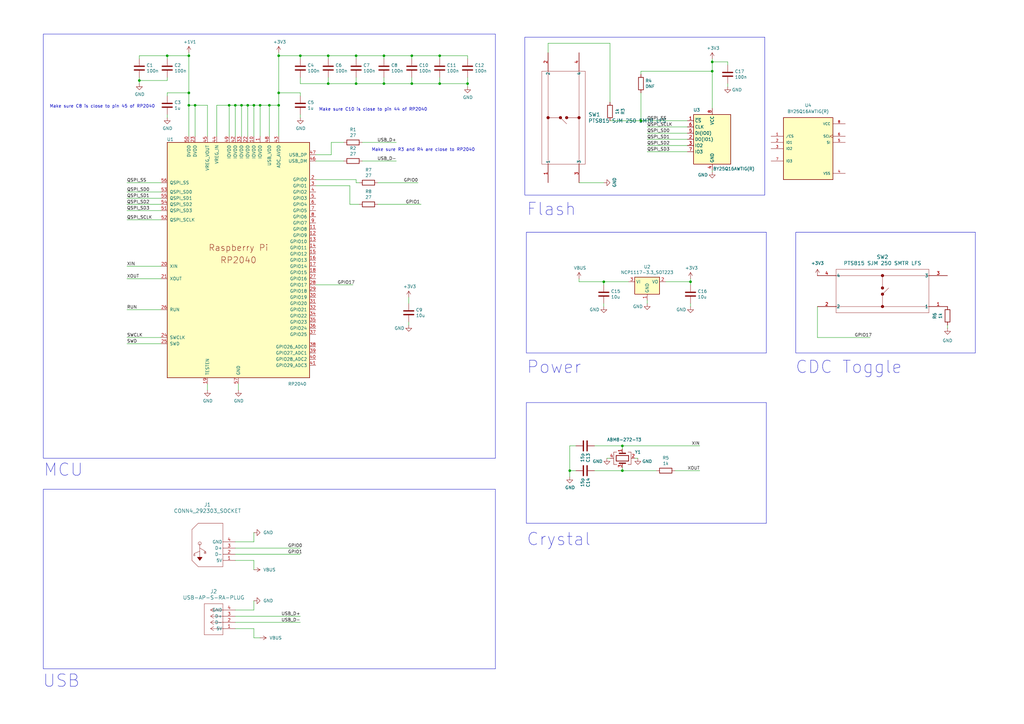
<source format=kicad_sch>
(kicad_sch (version 20250114) (generator "eeschema") (generator_version "9.0")
  (paper "A3")
  (lib_symbols
    (symbol "+3V3_1" (power) (pin_numbers (hide yes)) (pin_names (offset 0) (hide yes))
      (property "Value" "+3V3" (at 0 3.556 0))
      (symbol "+3V3_1_0_1"
        (polyline (pts (xy -0.762 1.27) (xy 0 2.54)))
        (polyline (pts (xy 0 2.54) (xy 0.762 1.27)))
        (polyline (pts (xy 0 0) (xy 0 2.54)))
      )
      (symbol "+3V3_1_1_1"
        (pin power_in line (at 0 0 90) (length 0) (name "~") (number "1"))
      )
    )
    (symbol "Device:C" (pin_numbers (hide yes)) (pin_names (offset 0.254))
      (property "Reference" "C" (at 0.635 2.54 0))
      (property "Value" "C" (at 0.635 -2.54 0))
      (symbol "C_0_1"
        (polyline (pts (xy -2.032 0.762) (xy 2.032 0.762)) (stroke (width 0.508)))
        (polyline (pts (xy -2.032 -0.762) (xy 2.032 -0.762)) (stroke (width 0.508)))
      )
      (symbol "C_1_1"
        (pin passive line (at 0 3.81 270) (length 2.794) (name "~") (number "1"))
        (pin passive line (at 0 -3.81 90) (length 2.794) (name "~") (number "2"))
      )
    )
    (symbol "Device:Crystal_GND24" (pin_names (offset 1.016) (hide yes))
      (property "Reference" "Y" (at 3.175 5.08 0))
      (property "Value" "Crystal_GND24" (at 3.175 3.175 0))
      (symbol "Crystal_GND24_0_1"
        (polyline (pts (xy -2.54 2.286) (xy -2.54 3.556) (xy 2.54 3.556) (xy 2.54 2.286)))
        (polyline (pts (xy -2.54 0) (xy -2.032 0)))
        (polyline (pts (xy -2.54 -2.286) (xy -2.54 -3.556) (xy 2.54 -3.556) (xy 2.54 -2.286)))
        (polyline (pts (xy -2.032 -1.27) (xy -2.032 1.27)) (stroke (width 0.508)))
        (rectangle (start -1.143 2.54) (end 1.143 -2.54) (stroke (width 0.3048)))
        (polyline (pts (xy 0 3.556) (xy 0 3.81)))
        (polyline (pts (xy 0 -3.81) (xy 0 -3.556)))
        (polyline (pts (xy 2.032 0) (xy 2.54 0)))
        (polyline (pts (xy 2.032 -1.27) (xy 2.032 1.27)) (stroke (width 0.508)))
      )
      (symbol "Crystal_GND24_1_1"
        (pin passive line (at -3.81 0 0) (length 1.27) (name "1") (number "1"))
        (pin passive line (at 0 5.08 270) (length 1.27) (name "2") (number "2"))
        (pin passive line (at 0 -5.08 90) (length 1.27) (name "4") (number "4"))
        (pin passive line (at 3.81 0 180) (length 1.27) (name "3") (number "3"))
      )
    )
    (symbol "Device:R" (pin_numbers (hide yes)) (pin_names (offset 0))
      (property "Reference" "R" (at 2.032 0 90))
      (property "Value" "R" (at 0 0 90))
      (symbol "R_0_1"
        (rectangle (start -1.016 -2.54) (end 1.016 2.54) (stroke (width 0.254)))
      )
      (symbol "R_1_1"
        (pin passive line (at 0 3.81 270) (length 1.27) (name "~") (number "1"))
        (pin passive line (at 0 -3.81 90) (length 1.27) (name "~") (number "2"))
      )
    )
    (symbol "GND_1" (power) (pin_numbers (hide yes)) (pin_names (offset 0) (hide yes))
      (property "Value" "GND" (at 0 -3.81 0))
      (symbol "GND_1_0_1"
        (polyline (pts (xy 0 0) (xy 0 -1.27) (xy 1.27 -1.27) (xy 0 -2.54) (xy -1.27 -1.27) (xy 0 -1.27)))
      )
      (symbol "GND_1_1_1"
        (pin power_in line (at 0 0 270) (length 0) (name "~") (number "1"))
      )
    )
    (symbol "GND_2" (power) (pin_numbers (hide yes)) (pin_names (offset 0) (hide yes))
      (property "Value" "GND" (at 0 -3.81 0))
      (symbol "GND_2_0_1"
        (polyline (pts (xy 0 0) (xy 0 -1.27) (xy 1.27 -1.27) (xy 0 -2.54) (xy -1.27 -1.27) (xy 0 -1.27)))
      )
      (symbol "GND_2_1_1"
        (pin power_in line (at 0 0 270) (length 0) (name "~") (number "1"))
      )
    )
    (symbol "GND_3" (power) (pin_numbers (hide yes)) (pin_names (offset 0) (hide yes))
      (property "Value" "GND" (at 0 -3.81 0))
      (symbol "GND_3_0_1"
        (polyline (pts (xy 0 0) (xy 0 -1.27) (xy 1.27 -1.27) (xy 0 -2.54) (xy -1.27 -1.27) (xy 0 -1.27)))
      )
      (symbol "GND_3_1_1"
        (pin power_in line (at 0 0 270) (length 0) (name "~") (number "1"))
      )
    )
    (symbol "MCU_RaspberryPi_RP2040:RP2040" (pin_names (offset 1.016))
      (property "Reference" "U" (at -29.21 49.53 0))
      (property "Value" "RP2040" (at 24.13 -49.53 0))
      (symbol "RP2040_0_0"
        (text "Raspberry Pi" (at 0 5.08 0) (effects (font (size 2.54 2.54))))
        (text "RP2040" (at 0 0 0) (effects (font (size 2.54 2.54))))
      )
      (symbol "RP2040_0_1"
        (rectangle (start 29.21 48.26) (end -29.21 -48.26) (stroke (width 0.254)) (fill (type background)))
      )
      (symbol "RP2040_1_1"
        (pin bidirectional line (at -31.75 31.75 0) (length 2.54) (name "QSPI_SS") (number "56"))
        (pin bidirectional line (at -31.75 27.94 0) (length 2.54) (name "QSPI_SD0") (number "53"))
        (pin bidirectional line (at -31.75 25.4 0) (length 2.54) (name "QSPI_SD1") (number "55"))
        (pin bidirectional line (at -31.75 22.86 0) (length 2.54) (name "QSPI_SD2") (number "54"))
        (pin bidirectional line (at -31.75 20.32 0) (length 2.54) (name "QSPI_SD3") (number "51"))
        (pin output line (at -31.75 16.51 0) (length 2.54) (name "QSPI_SCLK") (number "52"))
        (pin input line (at -31.75 -2.54 0) (length 2.54) (name "XIN") (number "20"))
        (pin passive line (at -31.75 -7.62 0) (length 2.54) (name "XOUT") (number "21"))
        (pin input line (at -31.75 -20.32 0) (length 2.54) (name "RUN") (number "26"))
        (pin output line (at -31.75 -31.75 0) (length 2.54) (name "SWCLK") (number "24"))
        (pin bidirectional line (at -31.75 -34.29 0) (length 2.54) (name "SWD") (number "25"))
        (pin power_in line (at -20.32 50.8 270) (length 2.54) (name "DVDD") (number "50"))
        (pin power_in line (at -17.78 50.8 270) (length 2.54) (name "DVDD") (number "23"))
        (pin power_out line (at -12.7 50.8 270) (length 2.54) (name "VREG_VOUT") (number "45"))
        (pin passive line (at -12.7 -50.8 90) (length 2.54) (name "TESTEN") (number "19"))
        (pin power_in line (at -8.89 50.8 270) (length 2.54) (name "VREG_IN") (number "44"))
        (pin power_in line (at -3.81 50.8 270) (length 2.54) (name "IOVDD") (number "49"))
        (pin power_in line (at -1.27 50.8 270) (length 2.54) (name "IOVDD") (number "42"))
        (pin power_in line (at 0 -50.8 90) (length 2.54) (name "GND") (number "57"))
        (pin power_in line (at 1.27 50.8 270) (length 2.54) (name "IOVDD") (number "33"))
        (pin power_in line (at 3.81 50.8 270) (length 2.54) (name "IOVDD") (number "22"))
        (pin power_in line (at 6.35 50.8 270) (length 2.54) (name "IOVDD") (number "10"))
        (pin power_in line (at 8.89 50.8 270) (length 2.54) (name "IOVDD") (number "1"))
        (pin power_in line (at 12.7 50.8 270) (length 2.54) (name "USB_VDD") (number "48"))
        (pin power_in line (at 16.51 50.8 270) (length 2.54) (name "ADC_AVDD") (number "43"))
        (pin bidirectional line (at 31.75 43.18 180) (length 2.54) (name "USB_DP") (number "47"))
        (pin bidirectional line (at 31.75 40.64 180) (length 2.54) (name "USB_DM") (number "46"))
        (pin bidirectional line (at 31.75 33.02 180) (length 2.54) (name "GPIO0") (number "2"))
        (pin bidirectional line (at 31.75 30.48 180) (length 2.54) (name "GPIO1") (number "3"))
        (pin bidirectional line (at 31.75 27.94 180) (length 2.54) (name "GPIO2") (number "4"))
        (pin bidirectional line (at 31.75 25.4 180) (length 2.54) (name "GPIO3") (number "5"))
        (pin bidirectional line (at 31.75 22.86 180) (length 2.54) (name "GPIO4") (number "6"))
        (pin bidirectional line (at 31.75 20.32 180) (length 2.54) (name "GPIO5") (number "7"))
        (pin bidirectional line (at 31.75 17.78 180) (length 2.54) (name "GPIO6") (number "8"))
        (pin bidirectional line (at 31.75 15.24 180) (length 2.54) (name "GPIO7") (number "9"))
        (pin bidirectional line (at 31.75 12.7 180) (length 2.54) (name "GPIO8") (number "11"))
        (pin bidirectional line (at 31.75 10.16 180) (length 2.54) (name "GPIO9") (number "12"))
        (pin bidirectional line (at 31.75 7.62 180) (length 2.54) (name "GPIO10") (number "13"))
        (pin bidirectional line (at 31.75 5.08 180) (length 2.54) (name "GPIO11") (number "14"))
        (pin bidirectional line (at 31.75 2.54 180) (length 2.54) (name "GPIO12") (number "15"))
        (pin bidirectional line (at 31.75 0 180) (length 2.54) (name "GPIO13") (number "16"))
        (pin bidirectional line (at 31.75 -2.54 180) (length 2.54) (name "GPIO14") (number "17"))
        (pin bidirectional line (at 31.75 -5.08 180) (length 2.54) (name "GPIO15") (number "18"))
        (pin bidirectional line (at 31.75 -7.62 180) (length 2.54) (name "GPIO16") (number "27"))
        (pin bidirectional line (at 31.75 -10.16 180) (length 2.54) (name "GPIO17") (number "28"))
        (pin bidirectional line (at 31.75 -12.7 180) (length 2.54) (name "GPIO18") (number "29"))
        (pin bidirectional line (at 31.75 -15.24 180) (length 2.54) (name "GPIO19") (number "30"))
        (pin bidirectional line (at 31.75 -17.78 180) (length 2.54) (name "GPIO20") (number "31"))
        (pin bidirectional line (at 31.75 -20.32 180) (length 2.54) (name "GPIO21") (number "32"))
        (pin bidirectional line (at 31.75 -22.86 180) (length 2.54) (name "GPIO22") (number "34"))
        (pin bidirectional line (at 31.75 -25.4 180) (length 2.54) (name "GPIO23") (number "35"))
        (pin bidirectional line (at 31.75 -27.94 180) (length 2.54) (name "GPIO24") (number "36"))
        (pin bidirectional line (at 31.75 -30.48 180) (length 2.54) (name "GPIO25") (number "37"))
        (pin bidirectional line (at 31.75 -35.56 180) (length 2.54) (name "GPIO26_ADC0") (number "38"))
        (pin bidirectional line (at 31.75 -38.1 180) (length 2.54) (name "GPIO27_ADC1") (number "39"))
        (pin bidirectional line (at 31.75 -40.64 180) (length 2.54) (name "GPIO28_ADC2") (number "40"))
        (pin bidirectional line (at 31.75 -43.18 180) (length 2.54) (name "GPIO29_ADC3") (number "41"))
      )
    )
    (symbol "Memory_Flash:W25Q128JVS"
      (property "Reference" "U" (at -8.89 8.89 0))
      (property "Value" "W25Q128JVS" (at 7.62 8.89 0))
      (symbol "W25Q128JVS_0_1"
        (rectangle (start -7.62 10.16) (end 7.62 -10.16) (stroke (width 0.254)) (fill (type background)))
      )
      (symbol "W25Q128JVS_1_1"
        (pin input line (at -10.16 7.62 0) (length 2.54) (name "~{CS}") (number "1"))
        (pin input line (at -10.16 5.08 0) (length 2.54) (name "CLK") (number "6"))
        (pin bidirectional line (at -10.16 2.54 0) (length 2.54) (name "DI(IO0)") (number "5"))
        (pin bidirectional line (at -10.16 0 0) (length 2.54) (name "DO(IO1)") (number "2"))
        (pin bidirectional line (at -10.16 -2.54 0) (length 2.54) (name "IO2") (number "3"))
        (pin bidirectional line (at -10.16 -5.08 0) (length 2.54) (name "IO3") (number "7"))
        (pin power_in line (at 0 12.7 270) (length 2.54) (name "VCC") (number "8"))
        (pin power_in line (at 0 -12.7 90) (length 2.54) (name "GND") (number "4"))
      )
    )
    (symbol "Regulator_Linear:NCP1117-3.3_SOT223"
      (property "Reference" "U" (at -3.81 3.175 0))
      (property "Value" "NCP1117-3.3_SOT223" (at 0 3.175 0))
      (symbol "NCP1117-3.3_SOT223_0_1"
        (rectangle (start -5.08 -5.08) (end 5.08 1.905) (stroke (width 0.254)) (fill (type background)))
      )
      (symbol "NCP1117-3.3_SOT223_1_1"
        (pin power_in line (at -7.62 0 0) (length 2.54) (name "VI") (number "3"))
        (pin power_in line (at 0 -7.62 90) (length 2.54) (name "GND") (number "1"))
        (pin power_out line (at 7.62 0 180) (length 2.54) (name "VO") (number "2"))
      )
    )
    (symbol "SymbolLibrary:BY25Q16AWTIG(R)" (pin_names (offset 1.016))
      (property "Reference" "U" (at -10.16 13.335 0))
      (property "Value" "BY25Q16AWTIG(R)" (at -10.16 -15.24 0))
      (symbol "BY25Q16AWTIG(R)_0_0"
        (rectangle (start -10.16 12.7) (end 10.16 -12.7) (stroke (width 0.254)) (fill (type background)))
        (pin power_in line (at 15.24 10.16 180) (length 5.08) (name "VCC") (number "8"))
        (pin input clock (at 15.24 5.08 180) (length 5.08) (name "SCL") (number "6"))
        (pin power_in line (at 15.24 -10.16 180) (length 5.08) (name "VSS") (number "4"))
      )
      (symbol "BY25Q16AWTIG(R)_1_0"
        (pin input line (at -15.24 5.08 0) (length 5.08) (name "/CS") (number "1"))
        (pin input line (at -15.24 2.54 0) (length 5.08) (name "IO1") (number "2"))
        (pin input line (at -15.24 0 0) (length 5.08) (name "IO2") (number "3"))
        (pin input line (at -15.24 -5.08 0) (length 5.08) (name "IO3") (number "7"))
        (pin bidirectional line (at 15.24 2.54 180) (length 5.08) (name "SI") (number "5"))
      )
    )
    (symbol "SymbolLibrary:CONN RCPT TYPEA 4POS R/A" (pin_names (offset 0.254))
      (property "Reference" "J" (at 8.89 6.35 0))
      (property "Value" "CONN4_292303_SOCKET" (at 9.652 3.81 0))
      (property "Footprint" "Library:CONN4_292303_TEC" (at 9.398 4.064 0))
      (symbol "CONN RCPT TYPEA 4POS R/A_1_1"
        (polyline (pts (xy 5.08 2.54) (xy 5.08 -15.24)) (stroke (width 0.127)))
        (polyline (pts (xy 5.08 -15.24) (xy 15.24 -15.24)) (stroke (width 0.127)))
        (polyline (pts (xy 12.065 -2.8575) (xy 12.065 -3.4925)) (stroke (width 0.127)))
        (polyline (pts (xy 12.065 -3.4925) (xy 12.7 -3.4925)) (stroke (width 0.127)))
        (polyline (pts (xy 12.3825 -3.175) (xy 12.3825 -3.81)) (stroke (width 0.127)))
        (polyline (pts (xy 12.3825 -3.81) (xy 14.605 -5.08)) (stroke (width 0.127)))
        (polyline (pts (xy 12.7 -2.8575) (xy 12.065 -2.8575)) (stroke (width 0.127)))
        (polyline (pts (xy 12.7 -3.4925) (xy 12.7 -2.8575)) (stroke (width 0.127)))
        (polyline (pts (xy 13.6525 -1.27) (xy 15.5575 -1.27)) (stroke (width 0.127)))
        (polyline (pts (xy 14.605 0) (xy 13.6525 -1.27)) (stroke (width 0.127)))
        (polyline (pts (xy 14.605 0) (xy 15.5575 -1.27)) (stroke (width 0.127)))
        (polyline (pts (xy 14.605 0) (xy 13.6525 -1.27) (xy 15.5575 -1.27)) (fill (type outline)))
        (polyline (pts (xy 14.605 -1.27) (xy 14.605 -6.985)) (stroke (width 0.127)))
        (circle (center 14.605 -6.985) (radius 0.635) (stroke (width 0.127)))
        (polyline (pts (xy 15.24 2.54) (xy 5.08 2.54)) (stroke (width 0.127)))
        (polyline (pts (xy 15.24 2.54) (xy 17.78 0)) (stroke (width 0.127)))
        (circle (center 16.8275 -2.2225) (radius 0.3048) (stroke (width 0.127)))
        (polyline (pts (xy 16.8275 -2.54) (xy 16.8275 -2.8575)) (stroke (width 0.127)))
        (polyline (pts (xy 16.8275 -2.8575) (xy 14.605 -3.81)) (stroke (width 0.127)))
        (polyline (pts (xy 17.78 -12.7) (xy 15.24 -15.24)) (stroke (width 0.127)))
        (polyline (pts (xy 17.78 -12.7) (xy 17.78 0)) (stroke (width 0.127)))
        (pin unspecified line (at 0 0 0) (length 5.08) (name "5V") (number "1"))
        (pin unspecified line (at 0 -2.54 0) (length 5.08) (name "D-") (number "2"))
        (pin unspecified line (at 0 -5.08 0) (length 5.08) (name "D+") (number "3"))
        (pin unspecified line (at 0 -7.62 0) (length 5.08) (name "GND") (number "4"))
      )
      (symbol "CONN RCPT TYPEA 4POS R/A_1_2"
        (polyline (pts (xy 5.08 2.54) (xy 5.08 -15.24)) (stroke (width 0.127)))
        (polyline (pts (xy 5.08 -15.24) (xy 12.7 -15.24)) (stroke (width 0.127)))
        (polyline (pts (xy 7.62 0) (xy 5.08 0)) (stroke (width 0.127)))
        (polyline (pts (xy 7.62 0) (xy 8.89 0.8467)) (stroke (width 0.127)))
        (polyline (pts (xy 7.62 0) (xy 8.89 -0.8467)) (stroke (width 0.127)))
        (polyline (pts (xy 7.62 -2.54) (xy 5.08 -2.54)) (stroke (width 0.127)))
        (polyline (pts (xy 7.62 -2.54) (xy 8.89 -1.6933)) (stroke (width 0.127)))
        (polyline (pts (xy 7.62 -2.54) (xy 8.89 -3.3867)) (stroke (width 0.127)))
        (polyline (pts (xy 7.62 -5.08) (xy 5.08 -5.08)) (stroke (width 0.127)))
        (polyline (pts (xy 7.62 -5.08) (xy 8.89 -4.2333)) (stroke (width 0.127)))
        (polyline (pts (xy 7.62 -5.08) (xy 8.89 -5.9267)) (stroke (width 0.127)))
        (polyline (pts (xy 7.62 -7.62) (xy 5.08 -7.62)) (stroke (width 0.127)))
        (polyline (pts (xy 7.62 -7.62) (xy 8.89 -6.7733)) (stroke (width 0.127)))
        (polyline (pts (xy 7.62 -7.62) (xy 8.89 -8.4667)) (stroke (width 0.127)))
        (polyline (pts (xy 12.7 2.54) (xy 5.08 2.54)) (stroke (width 0.127)))
        (polyline (pts (xy 12.7 -15.24) (xy 12.7 2.54)) (stroke (width 0.127)))
        (pin unspecified line (at 0 0 0) (length 5.08) (name "1") (number "1"))
        (pin unspecified line (at 0 -2.54 0) (length 5.08) (name "2") (number "2"))
        (pin unspecified line (at 0 -5.08 0) (length 5.08) (name "3") (number "3"))
        (pin unspecified line (at 0 -7.62 0) (length 5.08) (name "4") (number "4"))
        (pin unspecified line (at 0 -10.16 0) (length 5.08) (name "5") (number "5"))
        (pin unspecified line (at 0 -12.7 0) (length 5.08) (name "6") (number "6"))
      )
    )
    (symbol "SymbolLibrary:PTS815_SJM_250_SMTR_LFS" (pin_names (offset 0.254))
      (property "Reference" "SW" (at 40.64 7.62 0))
      (property "Value" "PTS815 SJM 250 SMTR LFS" (at 40.64 5.08 0))
      (symbol "PTS815_SJM_250_SMTR_LFS_0_1"
        (polyline (pts (xy 21.59 2.54) (xy 21.59 -15.24)) (stroke (width 0.127)))
        (polyline (pts (xy 21.59 0) (xy 59.69 0)) (stroke (width 0.127)))
        (polyline (pts (xy 21.59 -15.24) (xy 59.69 -15.24)) (stroke (width 0.127)))
        (polyline (pts (xy 38.1 -7.62) (xy 40.64 -5.08)) (stroke (width 0.127)))
        (circle (center 40.64 0) (radius 0.127) (stroke (width 0.508)))
        (polyline (pts (xy 40.64 -5.08) (xy 40.64 0)) (stroke (width 0.127)))
        (circle (center 40.64 -5.08) (radius 0.127) (stroke (width 0.508)))
        (polyline (pts (xy 40.64 -7.62) (xy 40.64 -12.7)) (stroke (width 0.127)))
        (circle (center 40.64 -7.62) (radius 0.127) (stroke (width 0.508)))
        (circle (center 40.64 -12.7) (radius 0.127) (stroke (width 0.508)))
        (polyline (pts (xy 59.69 2.54) (xy 21.59 2.54)) (stroke (width 0.127)))
        (polyline (pts (xy 59.69 -12.7) (xy 21.59 -12.7)) (stroke (width 0.127)))
        (polyline (pts (xy 59.69 -15.24) (xy 59.69 2.54)) (stroke (width 0.127)))
        (pin unspecified line (at 13.97 0 0) (length 7.62) (name "1") (number "1"))
        (pin unspecified line (at 13.97 -12.7 0) (length 7.62) (name "3") (number "3"))
        (pin unspecified line (at 67.31 0 180) (length 7.62) (name "2") (number "2"))
        (pin unspecified line (at 67.31 -12.7 180) (length 7.62) (name "4") (number "4"))
      )
    )
    (symbol "SymbolLibrary:USB-AP-S-RA-SMT" (pin_names (offset 0.254))
      (property "Reference" "J" (at 8.89 6.35 0))
      (property "Value" "USB-AP-S-RA-PLUG" (at 8.382 4.064 0))
      (property "Footprint" "Library:CONN_USB-AP-S-RA-SMT_ADM" (at 0 0 0))
      (symbol "USB-AP-S-RA-SMT_1_1"
        (polyline (pts (xy 5.08 2.54) (xy 5.08 -10.16)) (stroke (width 0.127)))
        (polyline (pts (xy 5.08 -10.16) (xy 12.7 -10.16)) (stroke (width 0.127)))
        (polyline (pts (xy 10.16 0) (xy 5.08 0)) (stroke (width 0.127)))
        (polyline (pts (xy 10.16 0) (xy 8.89 0.8467)) (stroke (width 0.127)))
        (polyline (pts (xy 10.16 0) (xy 8.89 -0.8467)) (stroke (width 0.127)))
        (polyline (pts (xy 10.16 -2.54) (xy 5.08 -2.54)) (stroke (width 0.127)))
        (polyline (pts (xy 10.16 -2.54) (xy 8.89 -1.6933)) (stroke (width 0.127)))
        (polyline (pts (xy 10.16 -2.54) (xy 8.89 -3.3867)) (stroke (width 0.127)))
        (polyline (pts (xy 10.16 -5.08) (xy 5.08 -5.08)) (stroke (width 0.127)))
        (polyline (pts (xy 10.16 -5.08) (xy 8.89 -4.2333)) (stroke (width 0.127)))
        (polyline (pts (xy 10.16 -5.08) (xy 8.89 -5.9267)) (stroke (width 0.127)))
        (polyline (pts (xy 10.16 -7.62) (xy 5.08 -7.62)) (stroke (width 0.127)))
        (polyline (pts (xy 10.16 -7.62) (xy 8.89 -6.7733)) (stroke (width 0.127)))
        (polyline (pts (xy 10.16 -7.62) (xy 8.89 -8.4667)) (stroke (width 0.127)))
        (polyline (pts (xy 12.7 2.54) (xy 5.08 2.54)) (stroke (width 0.127)))
        (polyline (pts (xy 12.7 -10.16) (xy 12.7 2.54)) (stroke (width 0.127)))
        (pin unspecified line (at 0 0 0) (length 5.08) (name "5V") (number "1"))
        (pin unspecified line (at 0 -2.54 0) (length 5.08) (name "D-") (number "2"))
        (pin unspecified line (at 0 -5.08 0) (length 5.08) (name "D+") (number "3"))
        (pin unspecified line (at 0 -7.62 0) (length 5.08) (name "GND") (number "4"))
      )
      (symbol "USB-AP-S-RA-SMT_1_2"
        (polyline (pts (xy 5.08 2.54) (xy 5.08 -10.16)) (stroke (width 0.127)))
        (polyline (pts (xy 5.08 -10.16) (xy 12.7 -10.16)) (stroke (width 0.127)))
        (polyline (pts (xy 7.62 0) (xy 5.08 0)) (stroke (width 0.127)))
        (polyline (pts (xy 7.62 0) (xy 8.89 0.8467)) (stroke (width 0.127)))
        (polyline (pts (xy 7.62 0) (xy 8.89 -0.8467)) (stroke (width 0.127)))
        (polyline (pts (xy 7.62 -2.54) (xy 5.08 -2.54)) (stroke (width 0.127)))
        (polyline (pts (xy 7.62 -2.54) (xy 8.89 -1.6933)) (stroke (width 0.127)))
        (polyline (pts (xy 7.62 -2.54) (xy 8.89 -3.3867)) (stroke (width 0.127)))
        (polyline (pts (xy 7.62 -5.08) (xy 5.08 -5.08)) (stroke (width 0.127)))
        (polyline (pts (xy 7.62 -5.08) (xy 8.89 -4.2333)) (stroke (width 0.127)))
        (polyline (pts (xy 7.62 -5.08) (xy 8.89 -5.9267)) (stroke (width 0.127)))
        (polyline (pts (xy 7.62 -7.62) (xy 5.08 -7.62)) (stroke (width 0.127)))
        (polyline (pts (xy 7.62 -7.62) (xy 8.89 -6.7733)) (stroke (width 0.127)))
        (polyline (pts (xy 7.62 -7.62) (xy 8.89 -8.4667)) (stroke (width 0.127)))
        (polyline (pts (xy 12.7 2.54) (xy 5.08 2.54)) (stroke (width 0.127)))
        (polyline (pts (xy 12.7 -10.16) (xy 12.7 2.54)) (stroke (width 0.127)))
        (pin unspecified line (at 0 0 0) (length 5.08) (name "1") (number "1"))
        (pin unspecified line (at 0 -2.54 0) (length 5.08) (name "2") (number "2"))
        (pin unspecified line (at 0 -5.08 0) (length 5.08) (name "3") (number "3"))
        (pin unspecified line (at 0 -7.62 0) (length 5.08) (name "4") (number "4"))
      )
    )
    (symbol "VBUS_1" (power) (pin_numbers (hide yes)) (pin_names (offset 0) (hide yes))
      (property "Value" "VBUS" (at 0 3.556 0))
      (symbol "VBUS_1_0_1"
        (polyline (pts (xy -0.762 1.27) (xy 0 2.54)))
        (polyline (pts (xy 0 2.54) (xy 0.762 1.27)))
        (polyline (pts (xy 0 0) (xy 0 2.54)))
      )
      (symbol "VBUS_1_1_1"
        (pin power_in line (at 0 0 90) (length 0) (name "~") (number "1"))
      )
    )
    (symbol "VBUS_2" (power) (pin_numbers (hide yes)) (pin_names (offset 0) (hide yes))
      (property "Value" "VBUS" (at 0 3.556 0))
      (symbol "VBUS_2_0_1"
        (polyline (pts (xy -0.762 1.27) (xy 0 2.54)))
        (polyline (pts (xy 0 2.54) (xy 0.762 1.27)))
        (polyline (pts (xy 0 0) (xy 0 2.54)))
      )
      (symbol "VBUS_2_1_1"
        (pin power_in line (at 0 0 90) (length 0) (name "~") (number "1"))
      )
    )
    (symbol "power:+1V1" (power) (pin_names (offset 0))
      (property "Value" "+1V1" (at 0 3.556 0))
      (symbol "+1V1_0_1"
        (polyline (pts (xy -0.762 1.27) (xy 0 2.54)))
        (polyline (pts (xy 0 2.54) (xy 0.762 1.27)))
        (polyline (pts (xy 0 0) (xy 0 2.54)))
      )
      (symbol "+1V1_1_1"
        (pin power_in line (at 0 0 90) (length 0) (hide yes) (name "+1V1") (number "1"))
      )
    )
    (symbol "power:+3V3" (power) (pin_names (offset 0))
      (property "Value" "+3V3" (at 0 3.556 0))
      (symbol "+3V3_0_1"
        (polyline (pts (xy -0.762 1.27) (xy 0 2.54)))
        (polyline (pts (xy 0 2.54) (xy 0.762 1.27)))
        (polyline (pts (xy 0 0) (xy 0 2.54)))
      )
      (symbol "+3V3_1_1"
        (pin power_in line (at 0 0 90) (length 0) (hide yes) (name "+3V3") (number "1"))
      )
    )
    (symbol "power:GND" (power) (pin_names (offset 0))
      (property "Value" "GND" (at 0 -3.81 0))
      (symbol "GND_0_1"
        (polyline (pts (xy 0 0) (xy 0 -1.27) (xy 1.27 -1.27) (xy 0 -2.54) (xy -1.27 -1.27) (xy 0 -1.27)))
      )
      (symbol "GND_1_1"
        (pin power_in line (at 0 0 270) (length 0) (hide yes) (name "GND") (number "1"))
      )
    )
    (symbol "power:VBUS" (power) (pin_names (offset 0))
      (property "Value" "VBUS" (at 0 3.81 0))
      (symbol "VBUS_0_1"
        (polyline (pts (xy -0.762 1.27) (xy 0 2.54)))
        (polyline (pts (xy 0 2.54) (xy 0.762 1.27)))
        (polyline (pts (xy 0 0) (xy 0 2.54)))
      )
      (symbol "VBUS_1_1"
        (pin power_in line (at 0 0 90) (length 0) (hide yes) (name "VBUS") (number "1"))
      )
    )
  )
  (rectangle (start 215.265 15.24) (end 313.69 80.01))
  (rectangle (start 215.9 95.25) (end 314.325 144.78))
  (rectangle (start 17.78 13.97) (end 203.2 187.96))
  (rectangle (start 326.39 95.25) (end 400.05 144.78))
  (rectangle (start 215.9 165.1) (end 314.325 214.63))
  (rectangle (start 17.78 200.66) (end 203.2 274.32))
  (text "Power" (at 215.9 153.67 0) (effects (font (size 5.08 5.08)) (justify left bottom)))
  (text "USB" (at 25.146 279.4 0) (effects (font (size 5.08 5.08))))
  (text "Make sure C10 is close to pin 44 of RP2040" (at 130.81 45.72 0) (effects (font (size 1.27 1.27)) (justify left bottom)))
  (text "Make sure R3 and R4 are close to RP2040" (at 152.4 62.23 0) (effects (font (size 1.27 1.27)) (justify left bottom)))
  (text "CDC Toggle" (at 326.136 153.67 0) (effects (font (size 5.08 5.08)) (justify left bottom)))
  (text "Crystal" (at 215.9 224.282 0) (effects (font (size 5.08 5.08)) (justify left bottom)))
  (text "Flash" (at 215.9 88.9 0) (effects (font (size 5.08 5.08)) (justify left bottom)))
  (text "MCU\n" (at 17.78 195.834 0) (effects (font (size 5.08 5.08)) (justify left bottom)))
  (text "Make sure C8 is close to pin 45 of RP2040" (at 20.32 44.45 0) (effects (font (size 1.27 1.27)) (justify left bottom)))
  (junction (at 255.27 182.88))
  (junction (at 134.62 22.86))
  (junction (at 101.6 43.18))
  (junction (at 106.68 43.18))
  (junction (at 283.21 115.57))
  (junction (at 77.47 43.18))
  (junction (at 134.62 34.29))
  (junction (at 146.05 34.29))
  (junction (at 123.19 22.86))
  (junction (at 146.05 22.86))
  (junction (at 93.98 43.18))
  (junction (at 114.3 22.86))
  (junction (at 114.3 38.1))
  (junction (at 180.34 34.29))
  (junction (at 157.48 34.29))
  (junction (at 99.06 43.18))
  (junction (at 77.47 38.1))
  (junction (at 68.58 22.86))
  (junction (at 292.1 25.4))
  (junction (at 191.77 34.29))
  (junction (at 168.91 34.29))
  (junction (at 77.47 22.86))
  (junction (at 110.49 43.18))
  (junction (at 262.89 49.53))
  (junction (at 104.14 43.18))
  (junction (at 233.68 193.04))
  (junction (at 292.1 29.21))
  (junction (at 114.3 43.18))
  (junction (at 247.65 115.57))
  (junction (at 168.91 22.86))
  (junction (at 157.48 22.86))
  (junction (at 255.27 193.04))
  (junction (at 80.01 43.18))
  (junction (at 57.15 33.02))
  (junction (at 96.52 43.18))
  (junction (at 180.34 22.86))
  (wire (pts (xy 168.91 34.29) (xy 157.48 34.29)))
  (wire (pts (xy 99.06 55.88) (xy 99.06 43.18)))
  (wire (pts (xy 281.94 59.69) (xy 265.43 59.69)))
  (wire (pts (xy 106.68 43.18) (xy 106.68 55.88)))
  (wire (pts (xy 191.77 24.13) (xy 191.77 22.86)))
  (wire (pts (xy 77.47 21.59) (xy 77.47 22.86)))
  (wire (pts (xy 180.34 22.86) (xy 191.77 22.86)))
  (wire (pts (xy 77.47 43.18) (xy 77.47 55.88)))
  (wire (pts (xy 57.15 24.13) (xy 57.15 22.86)))
  (wire (pts (xy 135.89 58.42) (xy 135.89 63.5)))
  (wire (pts (xy 247.65 124.46) (xy 247.65 125.73)))
  (wire (pts (xy 134.62 22.86) (xy 146.05 22.86)))
  (wire (pts (xy 265.43 52.07) (xy 281.94 52.07)))
  (wire (pts (xy 66.04 127) (xy 52.07 127)))
  (wire (pts (xy 298.45 26.67) (xy 298.45 25.4)))
  (wire (pts (xy 106.68 43.18) (xy 110.49 43.18)))
  (wire (pts (xy 114.3 43.18) (xy 114.3 55.88)))
  (wire (pts (xy 281.94 57.15) (xy 265.43 57.15)))
  (wire (pts (xy 260.35 187.96) (xy 261.62 187.96)))
  (wire (pts (xy 265.43 123.19) (xy 265.43 124.46)))
  (wire (pts (xy 96.52 55.88) (xy 96.52 43.18)))
  (wire (pts (xy 104.14 43.18) (xy 106.68 43.18)))
  (wire (pts (xy 101.6 43.18) (xy 104.14 43.18)))
  (wire (pts (xy 168.91 22.86) (xy 180.34 22.86)))
  (wire (pts (xy 68.58 33.02) (xy 68.58 31.75)))
  (wire (pts (xy 88.9 55.88) (xy 88.9 43.18)))
  (wire (pts (xy 134.62 34.29) (xy 123.19 34.29)))
  (wire (pts (xy 237.49 115.57) (xy 247.65 115.57)))
  (wire (pts (xy 88.9 43.18) (xy 93.98 43.18)))
  (wire (pts (xy 243.84 182.88) (xy 255.27 182.88)))
  (wire (pts (xy 104.14 261.62) (xy 104.14 257.81)))
  (wire (pts (xy 66.04 140.97) (xy 52.07 140.97)))
  (wire (pts (xy 66.04 114.3) (xy 52.07 114.3)))
  (wire (pts (xy 123.19 22.86) (xy 134.62 22.86)))
  (wire (pts (xy 114.3 21.59) (xy 114.3 22.86)))
  (wire (pts (xy 255.27 182.88) (xy 287.02 182.88)))
  (wire (pts (xy 104.14 250.19) (xy 104.14 246.38)))
  (wire (pts (xy 146.05 73.66) (xy 129.54 73.66)))
  (wire (pts (xy 262.89 49.53) (xy 281.94 49.53)))
  (wire (pts (xy 114.3 38.1) (xy 114.3 43.18)))
  (wire (pts (xy 66.04 138.43) (xy 52.07 138.43)))
  (wire (pts (xy 101.6 55.88) (xy 101.6 43.18)))
  (wire (pts (xy 168.91 24.13) (xy 168.91 22.86)))
  (wire (pts (xy 80.01 43.18) (xy 77.47 43.18)))
  (wire (pts (xy 52.07 86.36) (xy 66.04 86.36)))
  (wire (pts (xy 237.49 74.93) (xy 247.65 74.93)))
  (wire (pts (xy 233.68 193.04) (xy 233.68 195.58)))
  (wire (pts (xy 114.3 22.86) (xy 123.19 22.86)))
  (wire (pts (xy 180.34 31.75) (xy 180.34 34.29)))
  (wire (pts (xy 77.47 22.86) (xy 77.47 38.1)))
  (wire (pts (xy 52.07 109.22) (xy 66.04 109.22)))
  (wire (pts (xy 104.14 261.62) (xy 106.68 261.62)))
  (wire (pts (xy 114.3 22.86) (xy 114.3 38.1)))
  (wire (pts (xy 157.48 34.29) (xy 146.05 34.29)))
  (wire (pts (xy 236.22 182.88) (xy 233.68 182.88)))
  (wire (pts (xy 255.27 191.77) (xy 255.27 193.04)))
  (wire (pts (xy 57.15 33.02) (xy 68.58 33.02)))
  (wire (pts (xy 134.62 24.13) (xy 134.62 22.86)))
  (wire (pts (xy 292.1 24.13) (xy 292.1 25.4)))
  (wire (pts (xy 146.05 31.75) (xy 146.05 34.29)))
  (wire (pts (xy 68.58 39.37) (xy 68.58 38.1)))
  (wire (pts (xy 191.77 31.75) (xy 191.77 34.29)))
  (wire (pts (xy 68.58 24.13) (xy 68.58 22.86)))
  (wire (pts (xy 85.09 43.18) (xy 80.01 43.18)))
  (wire (pts (xy 292.1 25.4) (xy 292.1 29.21)))
  (wire (pts (xy 104.14 257.81) (xy 96.52 257.81)))
  (wire (pts (xy 129.54 116.84) (xy 144.78 116.84)))
  (wire (pts (xy 135.89 58.42) (xy 140.97 58.42)))
  (wire (pts (xy 110.49 43.18) (xy 114.3 43.18)))
  (wire (pts (xy 281.94 54.61) (xy 265.43 54.61)))
  (wire (pts (xy 104.14 55.88) (xy 104.14 43.18)))
  (wire (pts (xy 80.01 55.88) (xy 80.01 43.18)))
  (wire (pts (xy 224.79 17.78) (xy 250.19 17.78)))
  (wire (pts (xy 96.52 252.73) (xy 123.19 252.73)))
  (wire (pts (xy 52.07 78.74) (xy 66.04 78.74)))
  (wire (pts (xy 93.98 43.18) (xy 96.52 43.18)))
  (wire (pts (xy 335.28 125.73) (xy 335.28 138.43)))
  (wire (pts (xy 129.54 63.5) (xy 135.89 63.5)))
  (wire (pts (xy 143.51 76.2) (xy 143.51 83.82)))
  (wire (pts (xy 180.34 34.29) (xy 191.77 34.29)))
  (wire (pts (xy 237.49 114.3) (xy 237.49 115.57)))
  (wire (pts (xy 168.91 31.75) (xy 168.91 34.29)))
  (wire (pts (xy 262.89 29.21) (xy 292.1 29.21)))
  (wire (pts (xy 167.64 121.92) (xy 167.64 124.46)))
  (wire (pts (xy 236.22 193.04) (xy 233.68 193.04)))
  (wire (pts (xy 68.58 46.99) (xy 68.58 48.26)))
  (wire (pts (xy 77.47 38.1) (xy 77.47 43.18)))
  (wire (pts (xy 123.19 24.13) (xy 123.19 22.86)))
  (wire (pts (xy 262.89 30.48) (xy 262.89 29.21)))
  (wire (pts (xy 335.28 138.43) (xy 356.87 138.43)))
  (wire (pts (xy 143.51 76.2) (xy 129.54 76.2)))
  (wire (pts (xy 298.45 25.4) (xy 292.1 25.4)))
  (wire (pts (xy 147.32 74.93) (xy 146.05 74.93)))
  (wire (pts (xy 85.09 157.48) (xy 85.09 160.02)))
  (wire (pts (xy 257.81 115.57) (xy 247.65 115.57)))
  (wire (pts (xy 68.58 22.86) (xy 77.47 22.86)))
  (wire (pts (xy 104.14 222.25) (xy 96.52 222.25)))
  (wire (pts (xy 233.68 182.88) (xy 233.68 193.04)))
  (wire (pts (xy 99.06 43.18) (xy 101.6 43.18)))
  (wire (pts (xy 146.05 34.29) (xy 134.62 34.29)))
  (wire (pts (xy 146.05 22.86) (xy 157.48 22.86)))
  (wire (pts (xy 134.62 31.75) (xy 134.62 34.29)))
  (wire (pts (xy 262.89 38.1) (xy 262.89 49.53)))
  (wire (pts (xy 388.62 133.35) (xy 388.62 134.62)))
  (wire (pts (xy 104.14 218.44) (xy 104.14 222.25)))
  (wire (pts (xy 180.34 34.29) (xy 168.91 34.29)))
  (wire (pts (xy 154.94 74.93) (xy 171.45 74.93)))
  (wire (pts (xy 250.19 17.78) (xy 250.19 41.91)))
  (wire (pts (xy 283.21 115.57) (xy 283.21 114.3)))
  (wire (pts (xy 85.09 55.88) (xy 85.09 43.18)))
  (wire (pts (xy 255.27 184.15) (xy 255.27 182.88)))
  (wire (pts (xy 52.07 81.28) (xy 66.04 81.28)))
  (wire (pts (xy 146.05 24.13) (xy 146.05 22.86)))
  (wire (pts (xy 123.19 46.99) (xy 123.19 48.26)))
  (wire (pts (xy 273.05 115.57) (xy 283.21 115.57)))
  (wire (pts (xy 57.15 31.75) (xy 57.15 33.02)))
  (wire (pts (xy 129.54 66.04) (xy 140.97 66.04)))
  (wire (pts (xy 148.59 58.42) (xy 162.56 58.42)))
  (wire (pts (xy 281.94 62.23) (xy 265.43 62.23)))
  (wire (pts (xy 292.1 70.485) (xy 292.1 69.85)))
  (wire (pts (xy 157.48 22.86) (xy 168.91 22.86)))
  (wire (pts (xy 66.04 90.17) (xy 52.07 90.17)))
  (wire (pts (xy 143.51 83.82) (xy 147.32 83.82)))
  (wire (pts (xy 248.92 187.96) (xy 250.19 187.96)))
  (wire (pts (xy 96.52 255.27) (xy 123.19 255.27)))
  (wire (pts (xy 146.05 74.93) (xy 146.05 73.66)))
  (wire (pts (xy 148.59 66.04) (xy 162.56 66.04)))
  (wire (pts (xy 167.64 132.08) (xy 167.64 133.35)))
  (wire (pts (xy 52.07 83.82) (xy 66.04 83.82)))
  (wire (pts (xy 298.45 34.29) (xy 298.45 35.56)))
  (wire (pts (xy 97.79 157.48) (xy 97.79 160.02)))
  (wire (pts (xy 57.15 22.86) (xy 68.58 22.86)))
  (wire (pts (xy 123.19 31.75) (xy 123.19 34.29)))
  (wire (pts (xy 57.15 33.02) (xy 57.15 34.29)))
  (wire (pts (xy 154.94 83.82) (xy 172.72 83.82)))
  (wire (pts (xy 247.65 116.84) (xy 247.65 115.57)))
  (wire (pts (xy 104.14 229.87) (xy 104.14 233.68)))
  (wire (pts (xy 114.3 38.1) (xy 123.19 38.1)))
  (wire (pts (xy 157.48 24.13) (xy 157.48 22.86)))
  (wire (pts (xy 96.52 224.79) (xy 123.19 224.79)))
  (wire (pts (xy 250.19 49.53) (xy 262.89 49.53)))
  (wire (pts (xy 96.52 227.33) (xy 123.19 227.33)))
  (wire (pts (xy 292.1 29.21) (xy 292.1 44.45)))
  (wire (pts (xy 123.19 39.37) (xy 123.19 38.1)))
  (wire (pts (xy 191.77 34.29) (xy 191.77 35.56)))
  (wire (pts (xy 255.27 193.04) (xy 269.24 193.04)))
  (wire (pts (xy 110.49 55.88) (xy 110.49 43.18)))
  (wire (pts (xy 93.98 55.88) (xy 93.98 43.18)))
  (wire (pts (xy 66.04 74.93) (xy 52.07 74.93)))
  (wire (pts (xy 104.14 250.19) (xy 96.52 250.19)))
  (wire (pts (xy 96.52 43.18) (xy 99.06 43.18)))
  (wire (pts (xy 104.14 229.87) (xy 96.52 229.87)))
  (wire (pts (xy 243.84 193.04) (xy 255.27 193.04)))
  (wire (pts (xy 157.48 31.75) (xy 157.48 34.29)))
  (wire (pts (xy 180.34 24.13) (xy 180.34 22.86)))
  (wire (pts (xy 276.86 193.04) (xy 287.02 193.04)))
  (wire (pts (xy 224.79 17.78) (xy 224.79 21.59)))
  (wire (pts (xy 283.21 116.84) (xy 283.21 115.57)))
  (wire (pts (xy 68.58 38.1) (xy 77.47 38.1)))
  (wire (pts (xy 283.21 124.46) (xy 283.21 125.73)))
  (label "XOUT" (at 287.02 193.04 180))
  (label "QSPI_SD2" (at 265.43 59.69 0))
  (label "GPIO0" (at 118.11 224.79 0))
  (label "XOUT" (at 52.07 114.3 0))
  (label "RUN" (at 52.07 127 0))
  (label "SWD" (at 52.07 140.97 0))
  (label "GPIO17" (at 138.43 116.84 0))
  (label "USB_D+" (at 123.19 252.73 180))
  (label "QSPI_SD0" (at 52.07 78.74 0))
  (label "USB_D-" (at 162.56 66.04 180))
  (label "QSPI_SD3" (at 52.07 86.36 0))
  (label "QSPI_SD3" (at 265.43 62.23 0))
  (label "QSPI_SD0" (at 265.43 54.61 0))
  (label "XIN" (at 52.07 109.22 0))
  (label "QSPI_SD1" (at 52.07 81.28 0))
  (label "GPIO1" (at 118.11 227.33 0))
  (label "QSPI_SCLK" (at 265.43 52.07 0))
  (label "QSPI_SS" (at 265.43 49.53 0))
  (label "GPIO17" (at 350.52 138.43 0))
  (label "XIN" (at 287.02 182.88 180))
  (label "QSPI_SCLK" (at 52.07 90.17 0))
  (label "SWCLK" (at 52.07 138.43 0))
  (label "USB_D+" (at 162.56 58.42 180))
  (label "QSPI_SD2" (at 52.07 83.82 0))
  (label "GPIO0" (at 171.45 74.93 180))
  (label "QSPI_SS" (at 52.07 74.93 0))
  (label "GPIO1" (at 166.37 83.82 0))
  (label "USB_D-" (at 123.19 255.27 180))
  (label "QSPI_SD1" (at 265.43 57.15 0))
  (symbol (lib_id "MCU_RaspberryPi_RP2040:RP2040") (at 97.79 106.68 0) (unit 1)
    (property "Reference" "U1" (at 69.85 57.15 0))
    (property "Value" "RP2040" (at 121.92 157.48 0))
    (property "Footprint" "Library:RP2040-QFN-56" (effects (hide yes)))
  )
  (symbol (lib_id "Memory_Flash:W25Q128JVS") (at 292.1 57.15 0) (unit 1)
    (property "Reference" "U3" (at 285.75 45.085 0))
    (property "Value" "BY25Q16AWTIG(R)" (at 300.99 69.215 0))
    (property "Footprint" "Package_SO:SOIC-8_5.23x5.23mm_P1.27mm" (effects (hide yes)))
    (property "Datasheet" "http://www.winbond.com/resource-files/w25q128jv_dtr%20revc%2003272018%20plus.pdf" (effects (hide yes)))
  )
  (symbol (lib_id "power:+3V3") (at 292.1 24.13 0) (unit 1)
    (property "Reference" "#PWR024" (effects (hide yes)))
    (property "Value" "+3V3" (at 292.481 19.7358 0))
  )
  (symbol (lib_id "power:GND") (at 292.1 70.485 0) (unit 1)
    (property "Reference" "#PWR025" (effects (hide yes)))
    (property "Value" "GND" (at 288.29 71.755 0))
  )
  (symbol (lib_id "Device:R") (at 262.89 34.29 0) (unit 1)
    (property "Reference" "R4" (at 264.668 33.1216 0) (effects (justify left)))
    (property "Value" "DNF" (at 264.668 35.433 0) (effects (justify left)))
    (property "Footprint" "Resistor_SMD:R_0805_2012Metric" (effects (hide yes)))
  )
  (symbol (lib_id "Device:R") (at 250.19 45.72 180) (unit 1)
    (property "Reference" "R3" (at 255.4478 45.72 90))
    (property "Value" "1k" (at 253.1364 45.72 90))
    (property "Footprint" "Resistor_SMD:R_0805_2012Metric" (effects (hide yes)))
  )
  (symbol (lib_id "Device:C") (at 298.45 30.48 0) (unit 1)
    (property "Reference" "C17" (at 301.371 29.3116 0) (effects (justify left)))
    (property "Value" "100n" (at 301.371 31.623 0) (effects (justify left)))
    (property "Footprint" "Capacitor_SMD:C_0805_2012Metric" (effects (hide yes)))
  )
  (symbol (lib_id "power:GND") (at 298.45 35.56 0) (unit 1)
    (property "Reference" "#PWR026" (effects (hide yes)))
    (property "Value" "GND" (at 302.26 36.83 0))
  )
  (symbol (lib_id "power:GND") (at 97.79 160.02 0) (unit 1)
    (property "Reference" "#PWR05" (effects (hide yes)))
    (property "Value" "GND" (at 97.917 164.4142 0))
  )
  (symbol (lib_id "power:GND") (at 85.09 160.02 0) (unit 1)
    (property "Reference" "#PWR04" (effects (hide yes)))
    (property "Value" "GND" (at 85.217 164.4142 0))
  )
  (symbol (lib_id "Device:R") (at 144.78 58.42 270) (unit 1)
    (property "Reference" "R1" (at 144.78 53.1622 90))
    (property "Value" "27" (at 144.78 55.4736 90))
    (property "Footprint" "Resistor_SMD:R_0805_2012Metric" (effects (hide yes)))
  )
  (symbol (lib_id "Device:R") (at 144.78 66.04 270) (unit 1)
    (property "Reference" "R2" (at 144.78 60.7822 90))
    (property "Value" "27" (at 144.78 63.0936 90))
    (property "Footprint" "Resistor_SMD:R_0805_2012Metric" (effects (hide yes)))
  )
  (symbol (lib_id "power:+3V3") (at 114.3 21.59 0) (unit 1)
    (property "Reference" "#PWR010" (effects (hide yes)))
    (property "Value" "+3V3" (at 114.681 17.1958 0))
  )
  (symbol (lib_id "power:+1V1") (at 77.47 21.59 0) (unit 1)
    (property "Reference" "#PWR03" (effects (hide yes)))
    (property "Value" "+1V1" (at 77.851 17.1958 0))
  )
  (symbol (lib_id "Device:C") (at 123.19 27.94 0) (unit 1)
    (property "Reference" "C4" (at 126.111 26.7716 0) (effects (justify left)))
    (property "Value" "100n" (at 126.111 29.083 0) (effects (justify left)))
    (property "Footprint" "Capacitor_SMD:C_0805_2012Metric" (effects (hide yes)))
  )
  (symbol (lib_id "Device:C") (at 134.62 27.94 0) (unit 1)
    (property "Reference" "C6" (at 137.541 26.7716 0) (effects (justify left)))
    (property "Value" "100n" (at 137.541 29.083 0) (effects (justify left)))
    (property "Footprint" "Capacitor_SMD:C_0805_2012Metric" (effects (hide yes)))
  )
  (symbol (lib_id "Device:C") (at 146.05 27.94 0) (unit 1)
    (property "Reference" "C7" (at 148.971 26.7716 0) (effects (justify left)))
    (property "Value" "100n" (at 148.971 29.083 0) (effects (justify left)))
    (property "Footprint" "Capacitor_SMD:C_0805_2012Metric" (effects (hide yes)))
  )
  (symbol (lib_id "Device:C") (at 157.48 27.94 0) (unit 1)
    (property "Reference" "C8" (at 160.401 26.7716 0) (effects (justify left)))
    (property "Value" "100n" (at 160.401 29.083 0) (effects (justify left)))
    (property "Footprint" "Capacitor_SMD:C_0805_2012Metric" (effects (hide yes)))
  )
  (symbol (lib_id "Device:C") (at 168.91 27.94 0) (unit 1)
    (property "Reference" "C10" (at 171.831 26.7716 0) (effects (justify left)))
    (property "Value" "100n" (at 171.831 29.083 0) (effects (justify left)))
    (property "Footprint" "Capacitor_SMD:C_0805_2012Metric" (effects (hide yes)))
  )
  (symbol (lib_id "Device:C") (at 180.34 27.94 0) (unit 1)
    (property "Reference" "C11" (at 183.261 26.7716 0) (effects (justify left)))
    (property "Value" "100n" (at 183.261 29.083 0) (effects (justify left)))
    (property "Footprint" "Capacitor_SMD:C_0805_2012Metric" (effects (hide yes)))
  )
  (symbol (lib_id "Device:C") (at 191.77 27.94 0) (unit 1)
    (property "Reference" "C12" (at 194.691 26.7716 0) (effects (justify left)))
    (property "Value" "100n" (at 194.691 29.083 0) (effects (justify left)))
    (property "Footprint" "Capacitor_SMD:C_0805_2012Metric" (effects (hide yes)))
  )
  (symbol (lib_id "Device:C") (at 57.15 27.94 0) (unit 1)
    (property "Reference" "C1" (at 60.071 26.7716 0) (effects (justify left)))
    (property "Value" "100n" (at 60.071 29.083 0) (effects (justify left)))
    (property "Footprint" "Capacitor_SMD:C_0805_2012Metric" (effects (hide yes)))
  )
  (symbol (lib_id "Device:C") (at 68.58 27.94 0) (unit 1)
    (property "Reference" "C2" (at 71.501 26.7716 0) (effects (justify left)))
    (property "Value" "100n" (at 71.501 29.083 0) (effects (justify left)))
    (property "Footprint" "Capacitor_SMD:C_0805_2012Metric" (effects (hide yes)))
  )
  (symbol (lib_id "Device:C") (at 68.58 43.18 0) (unit 1)
    (property "Reference" "C3" (at 71.501 42.0116 0) (effects (justify left)))
    (property "Value" "1u" (at 71.501 44.323 0) (effects (justify left)))
    (property "Footprint" "Capacitor_SMD:C_0805_2012Metric" (effects (hide yes)))
  )
  (symbol (lib_id "Device:C") (at 123.19 43.18 0) (unit 1)
    (property "Reference" "C5" (at 126.111 42.0116 0) (effects (justify left)))
    (property "Value" "1u" (at 126.111 44.323 0) (effects (justify left)))
    (property "Footprint" "Capacitor_SMD:C_0805_2012Metric" (effects (hide yes)))
  )
  (symbol (lib_id "power:GND") (at 191.77 35.56 0) (unit 1)
    (property "Reference" "#PWR014" (effects (hide yes)))
    (property "Value" "GND" (at 191.897 39.9542 0))
  )
  (symbol (lib_id "power:GND") (at 57.15 34.29 0) (unit 1)
    (property "Reference" "#PWR01" (effects (hide yes)))
    (property "Value" "GND" (at 57.277 38.6842 0))
  )
  (symbol (lib_id "power:GND") (at 68.58 48.26 0) (unit 1)
    (property "Reference" "#PWR02" (effects (hide yes)))
    (property "Value" "GND" (at 68.707 52.6542 0))
  )
  (symbol (lib_id "power:GND") (at 123.19 48.26 0) (unit 1)
    (property "Reference" "#PWR011" (effects (hide yes)))
    (property "Value" "GND" (at 123.317 52.6542 0))
  )
  (symbol (lib_id "Regulator_Linear:NCP1117-3.3_SOT223") (at 265.43 115.57 0) (unit 1)
    (property "Reference" "U2" (at 265.43 109.4232 0))
    (property "Value" "NCP1117-3.3_SOT223" (at 265.43 111.7346 0))
    (property "Footprint" "Package_TO_SOT_SMD:SOT-223-3_TabPin2" (effects (hide yes)))
    (property "Datasheet" "http://www.onsemi.com/pub_link/Collateral/NCP1117-D.PDF" (effects (hide yes)))
  )
  (symbol (lib_id "power:VBUS") (at 237.49 114.3 0) (unit 1)
    (property "Reference" "#PWR017" (effects (hide yes)))
    (property "Value" "VBUS" (at 237.871 109.9058 0))
  )
  (symbol (lib_id "power:GND") (at 265.43 124.46 0) (unit 1)
    (property "Reference" "#PWR021" (effects (hide yes)))
    (property "Value" "GND" (at 261.62 125.73 0))
  )
  (symbol (lib_id "power:+3V3") (at 283.21 114.3 0) (unit 1)
    (property "Reference" "#PWR022" (effects (hide yes)))
    (property "Value" "+3V3" (at 283.591 109.9058 0))
  )
  (symbol (lib_id "Device:C") (at 247.65 120.65 0) (unit 1)
    (property "Reference" "C15" (at 250.571 119.4816 0) (effects (justify left)))
    (property "Value" "10u" (at 250.571 121.793 0) (effects (justify left)))
    (property "Footprint" "Capacitor_SMD:C_0805_2012Metric" (effects (hide yes)))
  )
  (symbol (lib_id "Device:C") (at 283.21 120.65 0) (unit 1)
    (property "Reference" "C16" (at 286.131 119.4816 0) (effects (justify left)))
    (property "Value" "10u" (at 286.131 121.793 0) (effects (justify left)))
    (property "Footprint" "Capacitor_SMD:C_0805_2012Metric" (effects (hide yes)))
  )
  (symbol (lib_id "power:GND") (at 247.65 125.73 0) (unit 1)
    (property "Reference" "#PWR018" (effects (hide yes)))
    (property "Value" "GND" (at 243.84 127 0))
  )
  (symbol (lib_id "power:GND") (at 283.21 125.73 0) (unit 1)
    (property "Reference" "#PWR023" (effects (hide yes)))
    (property "Value" "GND" (at 279.4 127 0))
  )
  (symbol (lib_id "power:+3V3") (at 167.64 121.92 0) (unit 1)
    (property "Reference" "#PWR012" (effects (hide yes)))
    (property "Value" "+3V3" (at 168.021 117.5258 0))
  )
  (symbol (lib_id "Device:C") (at 167.64 128.27 0) (unit 1)
    (property "Reference" "C9" (at 170.561 127.1016 0) (effects (justify left)))
    (property "Value" "10u" (at 170.561 129.413 0) (effects (justify left)))
    (property "Footprint" "Capacitor_SMD:C_0805_2012Metric" (effects (hide yes)))
  )
  (symbol (lib_id "power:GND") (at 167.64 133.35 0) (unit 1)
    (property "Reference" "#PWR013" (effects (hide yes)))
    (property "Value" "GND" (at 163.83 134.62 0))
  )
  (symbol (lib_id "power:GND") (at 247.65 74.93 90) (unit 1)
    (property "Reference" "#PWR015" (effects (hide yes)))
    (property "Value" "GND" (at 252.0442 74.803 0))
  )
  (symbol (lib_id "SymbolLibrary:CONN RCPT TYPEA 4POS R/A") (at 96.52 229.87 180) (unit 1)
    (property "Reference" "J1" (at 85.09 207.01 0) (effects (font (size 1.524 1.524))))
    (property "Value" "CONN4_292303_SOCKET" (at 85.09 209.55 0) (effects (font (size 1.524 1.524))))
    (property "Footprint" "Library:CONN4_292303_TEC" (effects (hide yes)))
  )
  (symbol (lib_id "SymbolLibrary:USB-AP-S-RA-SMT") (at 96.52 257.81 180) (unit 1)
    (property "Reference" "J2" (at 87.63 242.57 0) (effects (font (size 1.524 1.524))))
    (property "Value" "USB-AP-S-RA-PLUG" (at 87.63 245.11 0) (effects (font (size 1.524 1.524))))
    (property "Footprint" "Library:CONN_USB-AP-S-RA-SMT_ADM" (effects (hide yes)))
  )
  (symbol (lib_id "Device:R") (at 273.05 193.04 270) (unit 1)
    (property "Reference" "R5" (at 273.05 187.7822 90))
    (property "Value" "1k" (at 273.05 190.0936 90))
    (property "Footprint" "Resistor_SMD:R_0805_2012Metric" (effects (hide yes)))
  )
  (symbol (lib_name "VBUS_1") (lib_id "power:VBUS") (at 106.68 261.62 270) (unit 1)
    (property "Reference" "#PWR09" (effects (hide yes)))
    (property "Value" "VBUS" (at 110.49 261.6199 90) (effects (justify left)))
    (property "Description" "Power symbol creates a global label with name \"VBUS\"" (effects (hide yes)))
  )
  (symbol (lib_id "Device:C") (at 240.03 193.04 270) (unit 1)
    (property "Reference" "C14" (at 241.1984 195.961 0) (effects (justify left)))
    (property "Value" "15p" (at 238.887 195.961 0) (effects (justify left)))
    (property "Footprint" "Capacitor_SMD:C_0402_1005Metric" (effects (hide yes)))
  )
  (symbol (lib_id "Device:Crystal_GND24") (at 255.27 187.96 270) (unit 1)
    (property "Reference" "Y1" (at 260.35 185.42 90) (effects (justify left)))
    (property "Value" "ABM8-272-T3" (at 248.92 180.34 90) (effects (justify left)))
    (property "Footprint" "Crystal:Crystal_SMD_3225-4Pin_3.2x2.5mm" (effects (hide yes)))
  )
  (symbol (lib_id "SymbolLibrary:BY25Q16AWTIG(R)") (at 331.47 60.96 0) (unit 1)
    (property "Reference" "U4" (at 331.47 43.18 0))
    (property "Value" "BY25Q16AWTIG(R)" (at 331.47 45.72 0))
    (property "Footprint" "Library:SOIC127P600X175-8N" (effects (hide yes)))
  )
  (symbol (lib_id "Device:C") (at 240.03 182.88 270) (unit 1)
    (property "Reference" "C13" (at 241.1984 185.801 0) (effects (justify left)))
    (property "Value" "15p" (at 238.887 185.801 0) (effects (justify left)))
    (property "Footprint" "Diode_SMD:D_0805_2012Metric" (effects (hide yes)))
  )
  (symbol (lib_id "SymbolLibrary:PTS815_SJM_250_SMTR_LFS") (at 402.59 125.73 180) (unit 1)
    (property "Reference" "SW2" (at 361.95 105.41 0) (effects (font (size 1.524 1.524))))
    (property "Value" "PTS815 SJM 250 SMTR LFS" (at 361.95 107.95 0) (effects (font (size 1.524 1.524))))
    (property "Footprint" "Library:SW4_PTS815 SJM 250 SMTR LFS_CNK" (effects (hide yes)))
  )
  (symbol (lib_id "Device:R") (at 151.13 74.93 270) (unit 1)
    (property "Reference" "R7" (at 151.13 69.6722 90))
    (property "Value" "27" (at 151.13 71.9836 90))
    (property "Footprint" "Resistor_SMD:R_0805_2012Metric" (effects (hide yes)))
  )
  (symbol (lib_name "GND_1") (lib_id "power:GND") (at 104.14 246.38 90) (unit 1)
    (property "Reference" "#PWR08" (effects (hide yes)))
    (property "Value" "GND" (at 107.95 246.3799 90) (effects (justify right)))
    (property "Description" "Power symbol creates a global label with name \"GND\" , ground" (effects (hide yes)))
  )
  (symbol (lib_id "power:GND") (at 261.62 187.96 0) (unit 1)
    (property "Reference" "#PWR020" (effects (hide yes)))
    (property "Value" "GND" (at 265.43 189.23 0))
  )
  (symbol (lib_name "GND_3") (lib_id "power:GND") (at 388.62 134.62 0) (unit 1)
    (property "Reference" "#PWR027" (effects (hide yes)))
    (property "Value" "GND" (at 388.62 139.7 0))
    (property "Description" "Power symbol creates a global label with name \"GND\" , ground" (effects (hide yes)))
  )
  (symbol (lib_id "SymbolLibrary:PTS815_SJM_250_SMTR_LFS") (at 224.79 88.9 90) (unit 1)
    (property "Reference" "SW1" (at 241.3 46.9899 90) (effects (font (size 1.524 1.524)) (justify right)))
    (property "Value" "PTS815 SJM 250 SMTR LFS" (at 241.3 49.5299 90) (effects (font (size 1.524 1.524)) (justify right)))
    (property "Footprint" "Library:SW4_PTS815 SJM 250 SMTR LFS_CNK" (effects (hide yes)))
  )
  (symbol (lib_id "Device:R") (at 151.13 83.82 270) (unit 1)
    (property "Reference" "R8" (at 151.13 78.5622 90))
    (property "Value" "27" (at 151.13 80.8736 90))
    (property "Footprint" "Resistor_SMD:R_0805_2012Metric" (effects (hide yes)))
  )
  (symbol (lib_name "+3V3_1") (lib_id "power:+3V3") (at 335.28 113.03 0) (unit 1)
    (property "Reference" "#PWR028" (effects (hide yes)))
    (property "Value" "+3V3" (at 335.28 107.95 0))
    (property "Description" "Power symbol creates a global label with name \"+3V3\"" (effects (hide yes)))
  )
  (symbol (lib_id "power:GND") (at 233.68 195.58 0) (unit 1)
    (property "Reference" "#PWR016" (effects (hide yes)))
    (property "Value" "GND" (at 233.807 199.9742 0))
  )
  (symbol (lib_name "VBUS_2") (lib_id "power:VBUS") (at 104.14 233.68 270) (unit 1)
    (property "Reference" "#PWR07" (effects (hide yes)))
    (property "Value" "VBUS" (at 107.95 233.6799 90) (effects (justify left)))
    (property "Description" "Power symbol creates a global label with name \"VBUS\"" (effects (hide yes)))
  )
  (symbol (lib_name "GND_2") (lib_id "power:GND") (at 104.14 218.44 90) (unit 1)
    (property "Reference" "#PWR06" (effects (hide yes)))
    (property "Value" "GND" (at 107.95 218.4399 90) (effects (justify right)))
    (property "Description" "Power symbol creates a global label with name \"GND\" , ground" (effects (hide yes)))
  )
  (symbol (lib_id "Device:R") (at 388.62 129.54 0) (unit 1)
    (property "Reference" "R6" (at 383.3622 129.54 90))
    (property "Value" "1k" (at 385.6736 129.54 90))
    (property "Footprint" "Resistor_SMD:R_0805_2012Metric" (effects (hide yes)))
  )
  (symbol (lib_id "power:GND") (at 248.92 187.96 0) (unit 1)
    (property "Reference" "#PWR019" (effects (hide yes)))
    (property "Value" "GND" (at 245.11 189.23 0))
  )
)
</source>
